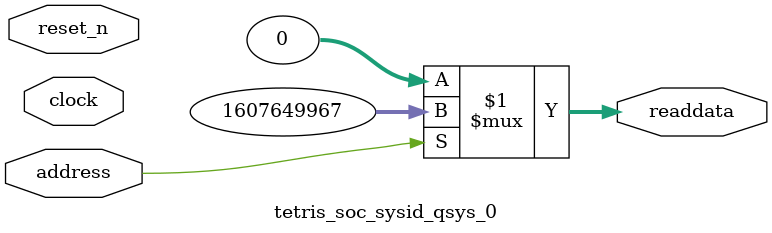
<source format=v>



// synthesis translate_off
`timescale 1ns / 1ps
// synthesis translate_on

// turn off superfluous verilog processor warnings 
// altera message_level Level1 
// altera message_off 10034 10035 10036 10037 10230 10240 10030 

module tetris_soc_sysid_qsys_0 (
               // inputs:
                address,
                clock,
                reset_n,

               // outputs:
                readdata
             )
;

  output  [ 31: 0] readdata;
  input            address;
  input            clock;
  input            reset_n;

  wire    [ 31: 0] readdata;
  //control_slave, which is an e_avalon_slave
  assign readdata = address ? 1607649967 : 0;

endmodule



</source>
